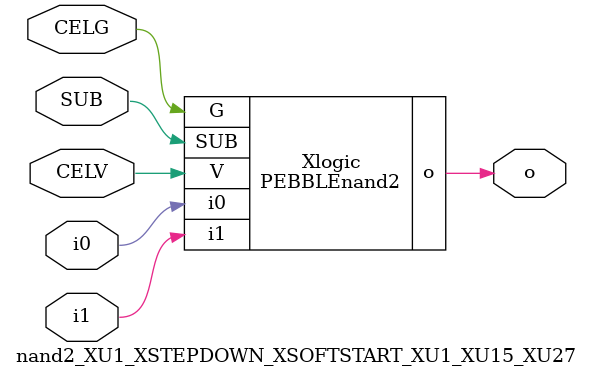
<source format=v>



module PEBBLEnand2 ( o, G, SUB, V, i0, i1 );

  input i0;
  input V;
  input i1;
  input G;
  output o;
  input SUB;
endmodule

//Celera Confidential Do Not Copy nand2_XU1_XSTEPDOWN_XSOFTSTART_XU1_XU15_XU27
//Celera Confidential Symbol Generator
//5V NAND2
module nand2_XU1_XSTEPDOWN_XSOFTSTART_XU1_XU15_XU27 (CELV,CELG,i0,i1,o,SUB);
input CELV;
input CELG;
input i0;
input i1;
input SUB;
output o;

//Celera Confidential Do Not Copy nand2
PEBBLEnand2 Xlogic(
.V (CELV),
.i0 (i0),
.i1 (i1),
.o (o),
.SUB (SUB),
.G (CELG)
);
//,diesize,PEBBLEnand2

//Celera Confidential Do Not Copy Module End
//Celera Schematic Generator
endmodule

</source>
